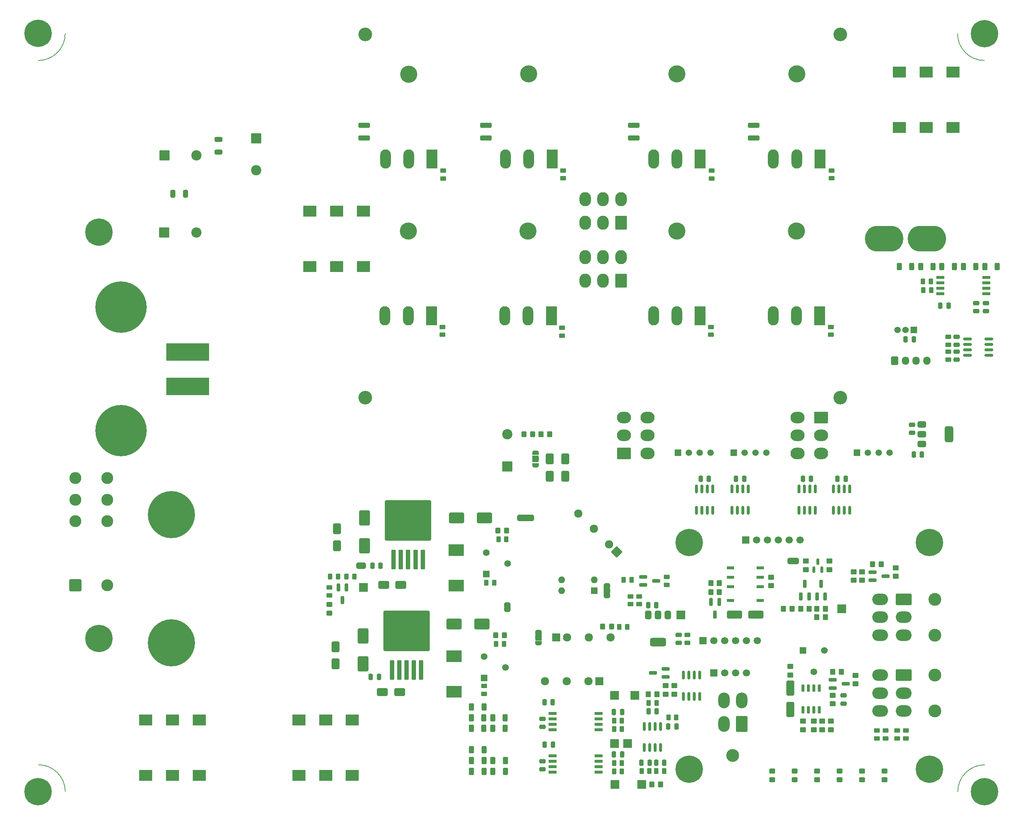
<source format=gts>
%TF.GenerationSoftware,KiCad,Pcbnew,9.0.2*%
%TF.CreationDate,2025-12-27T14:45:29+07:00*%
%TF.ProjectId,Controller48V,436f6e74-726f-46c6-9c65-723438562e6b,rev?*%
%TF.SameCoordinates,Original*%
%TF.FileFunction,Soldermask,Top*%
%TF.FilePolarity,Negative*%
%FSLAX46Y46*%
G04 Gerber Fmt 4.6, Leading zero omitted, Abs format (unit mm)*
G04 Created by KiCad (PCBNEW 9.0.2) date 2025-12-27 14:45:29*
%MOMM*%
%LPD*%
G01*
G04 APERTURE LIST*
G04 Aperture macros list*
%AMRoundRect*
0 Rectangle with rounded corners*
0 $1 Rounding radius*
0 $2 $3 $4 $5 $6 $7 $8 $9 X,Y pos of 4 corners*
0 Add a 4 corners polygon primitive as box body*
4,1,4,$2,$3,$4,$5,$6,$7,$8,$9,$2,$3,0*
0 Add four circle primitives for the rounded corners*
1,1,$1+$1,$2,$3*
1,1,$1+$1,$4,$5*
1,1,$1+$1,$6,$7*
1,1,$1+$1,$8,$9*
0 Add four rect primitives between the rounded corners*
20,1,$1+$1,$2,$3,$4,$5,0*
20,1,$1+$1,$4,$5,$6,$7,0*
20,1,$1+$1,$6,$7,$8,$9,0*
20,1,$1+$1,$8,$9,$2,$3,0*%
%AMHorizOval*
0 Thick line with rounded ends*
0 $1 width*
0 $2 $3 position (X,Y) of the first rounded end (center of the circle)*
0 $4 $5 position (X,Y) of the second rounded end (center of the circle)*
0 Add line between two ends*
20,1,$1,$2,$3,$4,$5,0*
0 Add two circle primitives to create the rounded ends*
1,1,$1,$2,$3*
1,1,$1,$4,$5*%
%AMFreePoly0*
4,1,5,1.500000,-1.250000,-1.500000,-1.250000,-1.500000,1.250000,1.500000,1.250000,1.500000,-1.250000,1.500000,-1.250000,$1*%
%AMFreePoly1*
4,1,23,0.500000,-0.750000,0.000000,-0.750000,0.000000,-0.745722,-0.065263,-0.745722,-0.191342,-0.711940,-0.304381,-0.646677,-0.396677,-0.554381,-0.461940,-0.441342,-0.495722,-0.315263,-0.495722,-0.250000,-0.500000,-0.250000,-0.500000,0.250000,-0.495722,0.250000,-0.495722,0.315263,-0.461940,0.441342,-0.396677,0.554381,-0.304381,0.646677,-0.191342,0.711940,-0.065263,0.745722,0.000000,0.745722,
0.000000,0.750000,0.500000,0.750000,0.500000,-0.750000,0.500000,-0.750000,$1*%
%AMFreePoly2*
4,1,23,0.000000,0.745722,0.065263,0.745722,0.191342,0.711940,0.304381,0.646677,0.396677,0.554381,0.461940,0.441342,0.495722,0.315263,0.495722,0.250000,0.500000,0.250000,0.500000,-0.250000,0.495722,-0.250000,0.495722,-0.315263,0.461940,-0.441342,0.396677,-0.554381,0.304381,-0.646677,0.191342,-0.711940,0.065263,-0.745722,0.000000,-0.745722,0.000000,-0.750000,-0.500000,-0.750000,
-0.500000,0.750000,0.000000,0.750000,0.000000,0.745722,0.000000,0.745722,$1*%
%AMFreePoly3*
4,1,23,0.550000,-0.750000,0.000000,-0.750000,0.000000,-0.745722,-0.065263,-0.745722,-0.191342,-0.711940,-0.304381,-0.646677,-0.396677,-0.554381,-0.461940,-0.441342,-0.495722,-0.315263,-0.495722,-0.250000,-0.500000,-0.250000,-0.500000,0.250000,-0.495722,0.250000,-0.495722,0.315263,-0.461940,0.441342,-0.396677,0.554381,-0.304381,0.646677,-0.191342,0.711940,-0.065263,0.745722,0.000000,0.745722,
0.000000,0.750000,0.550000,0.750000,0.550000,-0.750000,0.550000,-0.750000,$1*%
%AMFreePoly4*
4,1,23,0.000000,0.745722,0.065263,0.745722,0.191342,0.711940,0.304381,0.646677,0.396677,0.554381,0.461940,0.441342,0.495722,0.315263,0.495722,0.250000,0.500000,0.250000,0.500000,-0.250000,0.495722,-0.250000,0.495722,-0.315263,0.461940,-0.441342,0.396677,-0.554381,0.304381,-0.646677,0.191342,-0.711940,0.065263,-0.745722,0.000000,-0.745722,0.000000,-0.750000,-0.550000,-0.750000,
-0.550000,0.750000,0.000000,0.750000,0.000000,0.745722,0.000000,0.745722,$1*%
%AMFreePoly5*
4,1,5,5.000000,-2.000000,-5.000000,-2.000000,-5.000000,2.000000,5.000000,2.000000,5.000000,-2.000000,5.000000,-2.000000,$1*%
G04 Aperture macros list end*
%ADD10C,0.200000*%
%ADD11FreePoly0,0.000000*%
%ADD12FreePoly0,180.000000*%
%ADD13RoundRect,0.250000X0.350000X0.450000X-0.350000X0.450000X-0.350000X-0.450000X0.350000X-0.450000X0*%
%ADD14RoundRect,0.250000X-0.450000X0.350000X-0.450000X-0.350000X0.450000X-0.350000X0.450000X0.350000X0*%
%ADD15R,1.498600X1.498600*%
%ADD16C,1.498600*%
%ADD17RoundRect,0.250000X-0.312500X-0.625000X0.312500X-0.625000X0.312500X0.625000X-0.312500X0.625000X0*%
%ADD18RoundRect,0.250000X1.000000X0.650000X-1.000000X0.650000X-1.000000X-0.650000X1.000000X-0.650000X0*%
%ADD19R,1.905000X0.640000*%
%ADD20FreePoly1,270.000000*%
%ADD21FreePoly2,270.000000*%
%ADD22FreePoly3,270.000000*%
%ADD23R,1.500000X1.000000*%
%ADD24FreePoly4,270.000000*%
%ADD25RoundRect,0.250000X-0.325000X-0.450000X0.325000X-0.450000X0.325000X0.450000X-0.325000X0.450000X0*%
%ADD26RoundRect,0.250000X0.450000X-0.262500X0.450000X0.262500X-0.450000X0.262500X-0.450000X-0.262500X0*%
%ADD27RoundRect,0.250000X-0.262500X-0.450000X0.262500X-0.450000X0.262500X0.450000X-0.262500X0.450000X0*%
%ADD28RoundRect,0.150000X0.150000X-0.825000X0.150000X0.825000X-0.150000X0.825000X-0.150000X-0.825000X0*%
%ADD29RoundRect,0.250000X0.450000X-0.350000X0.450000X0.350000X-0.450000X0.350000X-0.450000X-0.350000X0*%
%ADD30RoundRect,0.250000X-0.600000X-0.725000X0.600000X-0.725000X0.600000X0.725000X-0.600000X0.725000X0*%
%ADD31O,1.700000X1.950000*%
%ADD32R,3.600000X2.700000*%
%ADD33R,2.000000X2.000000*%
%ADD34RoundRect,0.250000X0.475000X-0.250000X0.475000X0.250000X-0.475000X0.250000X-0.475000X-0.250000X0*%
%ADD35C,6.400000*%
%ADD36RoundRect,0.250000X-1.500000X-1.000000X1.500000X-1.000000X1.500000X1.000000X-1.500000X1.000000X0*%
%ADD37RoundRect,0.250001X1.099999X1.399999X-1.099999X1.399999X-1.099999X-1.399999X1.099999X-1.399999X0*%
%ADD38O,2.700000X3.300000*%
%ADD39RoundRect,0.250000X1.500000X0.650000X-1.500000X0.650000X-1.500000X-0.650000X1.500000X-0.650000X0*%
%ADD40RoundRect,0.250000X0.250000X0.475000X-0.250000X0.475000X-0.250000X-0.475000X0.250000X-0.475000X0*%
%ADD41RoundRect,0.200000X-0.750000X-0.200000X0.750000X-0.200000X0.750000X0.200000X-0.750000X0.200000X0*%
%ADD42RoundRect,0.250000X-0.250000X-0.475000X0.250000X-0.475000X0.250000X0.475000X-0.250000X0.475000X0*%
%ADD43R,1.800000X0.800000*%
%ADD44RoundRect,0.250001X1.399999X-1.099999X1.399999X1.099999X-1.399999X1.099999X-1.399999X-1.099999X0*%
%ADD45O,3.300000X2.700000*%
%ADD46RoundRect,0.250000X0.450000X-0.325000X0.450000X0.325000X-0.450000X0.325000X-0.450000X-0.325000X0*%
%ADD47RoundRect,0.250000X-0.650000X1.000000X-0.650000X-1.000000X0.650000X-1.000000X0.650000X1.000000X0*%
%ADD48RoundRect,0.250000X-0.650000X0.325000X-0.650000X-0.325000X0.650000X-0.325000X0.650000X0.325000X0*%
%ADD49RoundRect,0.102000X1.219759X0.000000X0.000000X1.219759X-1.219759X0.000000X0.000000X-1.219759X0*%
%ADD50C,1.929000*%
%ADD51RoundRect,0.250000X-0.475000X0.250000X-0.475000X-0.250000X0.475000X-0.250000X0.475000X0.250000X0*%
%ADD52RoundRect,0.250000X0.262500X0.450000X-0.262500X0.450000X-0.262500X-0.450000X0.262500X-0.450000X0*%
%ADD53RoundRect,0.250000X-0.350000X-0.450000X0.350000X-0.450000X0.350000X0.450000X-0.350000X0.450000X0*%
%ADD54RoundRect,0.250000X-0.450000X0.262500X-0.450000X-0.262500X0.450000X-0.262500X0.450000X0.262500X0*%
%ADD55RoundRect,0.102000X0.862500X0.862500X-0.862500X0.862500X-0.862500X-0.862500X0.862500X-0.862500X0*%
%ADD56R,1.700000X1.700000*%
%ADD57C,1.700000*%
%ADD58RoundRect,0.250000X0.650000X-1.500000X0.650000X1.500000X-0.650000X1.500000X-0.650000X-1.500000X0*%
%ADD59RoundRect,0.250000X0.300000X-2.050000X0.300000X2.050000X-0.300000X2.050000X-0.300000X-2.050000X0*%
%ADD60RoundRect,0.250002X5.149998X-4.449998X5.149998X4.449998X-5.149998X4.449998X-5.149998X-4.449998X0*%
%ADD61RoundRect,0.375000X-0.625000X-0.375000X0.625000X-0.375000X0.625000X0.375000X-0.625000X0.375000X0*%
%ADD62RoundRect,0.500000X-0.500000X-1.400000X0.500000X-1.400000X0.500000X1.400000X-0.500000X1.400000X0*%
%ADD63RoundRect,0.102000X-0.862500X-0.862500X0.862500X-0.862500X0.862500X0.862500X-0.862500X0.862500X0*%
%ADD64R,1.560000X1.560000*%
%ADD65C,1.560000*%
%ADD66RoundRect,0.162500X0.162500X-0.825000X0.162500X0.825000X-0.162500X0.825000X-0.162500X-0.825000X0*%
%ADD67C,0.800000*%
%ADD68RoundRect,0.200000X-0.200000X0.750000X-0.200000X-0.750000X0.200000X-0.750000X0.200000X0.750000X0*%
%ADD69RoundRect,0.200000X0.750000X0.200000X-0.750000X0.200000X-0.750000X-0.200000X0.750000X-0.200000X0*%
%ADD70RoundRect,0.200000X0.200000X-0.750000X0.200000X0.750000X-0.200000X0.750000X-0.200000X-0.750000X0*%
%ADD71RoundRect,0.375000X-0.375000X0.625000X-0.375000X-0.625000X0.375000X-0.625000X0.375000X0.625000X0*%
%ADD72RoundRect,0.500000X-1.400000X0.500000X-1.400000X-0.500000X1.400000X-0.500000X1.400000X0.500000X0*%
%ADD73RoundRect,0.250000X1.100000X-0.325000X1.100000X0.325000X-1.100000X0.325000X-1.100000X-0.325000X0*%
%ADD74FreePoly3,180.000000*%
%ADD75R,1.000000X1.500000*%
%ADD76FreePoly4,180.000000*%
%ADD77FreePoly1,180.000000*%
%ADD78FreePoly2,180.000000*%
%ADD79RoundRect,0.250000X0.312500X0.625000X-0.312500X0.625000X-0.312500X-0.625000X0.312500X-0.625000X0*%
%ADD80RoundRect,0.250000X0.650000X-1.000000X0.650000X1.000000X-0.650000X1.000000X-0.650000X-1.000000X0*%
%ADD81C,3.000000*%
%ADD82RoundRect,0.250001X-1.599999X1.099999X-1.599999X-1.099999X1.599999X-1.099999X1.599999X1.099999X0*%
%ADD83O,3.700000X2.700000*%
%ADD84RoundRect,0.250000X1.000000X-1.500000X1.000000X1.500000X-1.000000X1.500000X-1.000000X-1.500000X0*%
%ADD85RoundRect,0.250000X-0.325000X-0.650000X0.325000X-0.650000X0.325000X0.650000X-0.325000X0.650000X0*%
%ADD86RoundRect,0.150000X0.150000X-0.725000X0.150000X0.725000X-0.150000X0.725000X-0.150000X-0.725000X0*%
%ADD87RoundRect,0.150000X0.150000X-0.587500X0.150000X0.587500X-0.150000X0.587500X-0.150000X-0.587500X0*%
%ADD88RoundRect,0.250001X-1.399999X1.099999X-1.399999X-1.099999X1.399999X-1.099999X1.399999X1.099999X0*%
%ADD89R,1.600000X1.600000*%
%ADD90O,1.600000X1.600000*%
%ADD91RoundRect,0.150000X-0.825000X-0.150000X0.825000X-0.150000X0.825000X0.150000X-0.825000X0.150000X0*%
%ADD92RoundRect,0.250001X0.949999X-0.949999X0.949999X0.949999X-0.949999X0.949999X-0.949999X-0.949999X0*%
%ADD93C,2.400000*%
%ADD94RoundRect,0.250001X1.099999X1.599999X-1.099999X1.599999X-1.099999X-1.599999X1.099999X-1.599999X0*%
%ADD95O,2.700000X3.700000*%
%ADD96FreePoly3,90.000000*%
%ADD97FreePoly4,90.000000*%
%ADD98C,2.800000*%
%ADD99RoundRect,0.250000X1.150000X-1.150000X1.150000X1.150000X-1.150000X1.150000X-1.150000X-1.150000X0*%
%ADD100C,4.000000*%
%ADD101R,2.500000X4.500000*%
%ADD102O,2.500000X4.500000*%
%ADD103RoundRect,0.250001X-0.949999X-0.949999X0.949999X-0.949999X0.949999X0.949999X-0.949999X0.949999X0*%
%ADD104R,1.500000X1.500000*%
%ADD105C,1.500000*%
%ADD106HorizOval,0.800000X0.000000X0.000000X0.000000X0.000000X0*%
%ADD107HorizOval,0.800000X0.000000X0.000000X0.000000X0.000000X0*%
%ADD108O,9.000000X6.000000*%
%ADD109C,12.000000*%
%ADD110FreePoly5,0.000000*%
%ADD111C,3.200000*%
%ADD112C,11.000000*%
%ADD113RoundRect,0.250001X-0.949999X0.949999X-0.949999X-0.949999X0.949999X-0.949999X0.949999X0.949999X0*%
G04 APERTURE END LIST*
D10*
X316939689Y-51838980D02*
G75*
G02*
X310661020Y-45560311I11J6278680D01*
G01*
X102153835Y-45560311D02*
G75*
G02*
X95875166Y-51838935I-6278635J11D01*
G01*
X95891502Y-216481320D02*
G75*
G02*
X102170180Y-222759989I-2J-6278680D01*
G01*
X310721257Y-222778638D02*
G75*
G02*
X316999926Y-216499957I6278643J38D01*
G01*
%TO.C,JP1*%
G36*
X206250000Y-179500000D02*
G01*
X204750000Y-179500000D01*
X204750000Y-179800000D01*
X206250000Y-179800000D01*
X206250000Y-179500000D01*
G37*
%TO.C,JP4*%
G36*
X213522296Y-185979770D02*
G01*
X212022296Y-185979770D01*
X212022296Y-187479770D01*
X213522296Y-187479770D01*
X213522296Y-185979770D01*
G37*
%TO.C,JP11*%
G36*
X211000000Y-159500000D02*
G01*
X208500000Y-159500000D01*
X208500000Y-158000000D01*
X211000000Y-158000000D01*
X211000000Y-159500000D01*
G37*
%TO.C,JP7*%
G36*
X272573857Y-169607500D02*
G01*
X271773857Y-169607500D01*
X271773857Y-168107500D01*
X272573857Y-168107500D01*
X272573857Y-169607500D01*
G37*
%TO.C,JP2*%
G36*
X171447934Y-170675627D02*
G01*
X171147934Y-170675627D01*
X171147934Y-169175627D01*
X171447934Y-169175627D01*
X171447934Y-170675627D01*
G37*
%TO.C,JP10*%
G36*
X212772529Y-144250000D02*
G01*
X211272529Y-144250000D01*
X211272529Y-145750000D01*
X212772529Y-145750000D01*
X212772529Y-144250000D01*
G37*
%TO.C,JP6*%
G36*
X227953857Y-176533669D02*
G01*
X229453857Y-176533669D01*
X229453857Y-175033669D01*
X227953857Y-175033669D01*
X227953857Y-176533669D01*
G37*
%TD*%
D11*
%TO.C,H7*%
X133500000Y-219000000D03*
X133500000Y-206000000D03*
D12*
X127249893Y-219000000D03*
X127249893Y-206000000D03*
X121000000Y-219000000D03*
X121000000Y-206000000D03*
%TD*%
D13*
%TO.C,R61*%
X215365929Y-139246915D03*
X213365929Y-139246915D03*
%TD*%
D14*
%TO.C,R66*%
X267073857Y-172631192D03*
X267073857Y-174631192D03*
%TD*%
D15*
%TO.C,PS6*%
X287190000Y-143533200D03*
D16*
X289730000Y-143533200D03*
X292270000Y-143533200D03*
X294810000Y-143533200D03*
%TD*%
D17*
%TO.C,R42*%
X202037500Y-208000000D03*
X204962500Y-208000000D03*
%TD*%
D18*
%TO.C,D14*%
X180273857Y-199479922D03*
X176273857Y-199479922D03*
%TD*%
D19*
%TO.C,U18*%
X216070744Y-204482927D03*
X216070744Y-205752927D03*
X216070744Y-207022927D03*
X216070744Y-208292927D03*
X226765744Y-208292927D03*
X226765744Y-207022927D03*
X226765744Y-205752927D03*
X226765744Y-204482927D03*
%TD*%
D20*
%TO.C,JP1*%
X205500000Y-179000000D03*
D21*
X205500000Y-180300000D03*
%TD*%
D22*
%TO.C,JP4*%
X212772296Y-185429770D03*
D23*
X212772296Y-186729770D03*
D24*
X212772296Y-188029770D03*
%TD*%
D25*
%TO.C,D16*%
X202773857Y-186229922D03*
X204823857Y-186229922D03*
%TD*%
D17*
%TO.C,R38*%
X197075000Y-218000000D03*
X200000000Y-218000000D03*
%TD*%
D26*
%TO.C,R18*%
X190283533Y-115947723D03*
X190283533Y-114122723D03*
%TD*%
D27*
%TO.C,R102*%
X236843722Y-217983279D03*
X238668722Y-217983279D03*
%TD*%
D28*
%TO.C,U9*%
X246595000Y-200475000D03*
X247865000Y-200475000D03*
X249135000Y-200475000D03*
X250405000Y-200475000D03*
X250405000Y-195525000D03*
X249135000Y-195525000D03*
X247865000Y-195525000D03*
X246595000Y-195525000D03*
%TD*%
D29*
%TO.C,R62*%
X281073857Y-208278669D03*
X281073857Y-206278669D03*
%TD*%
D26*
%TO.C,R10*%
X281033533Y-115947723D03*
X281033533Y-114122723D03*
%TD*%
D30*
%TO.C,J17*%
X296000000Y-122000000D03*
D31*
X298500000Y-122000000D03*
X301000000Y-122000000D03*
X303500000Y-122000000D03*
%TD*%
D17*
%TO.C,R43*%
X202037500Y-205500000D03*
X204962500Y-205500000D03*
%TD*%
D32*
%TO.C,L1*%
X193550000Y-174575000D03*
X193550000Y-166275000D03*
%TD*%
D33*
%TO.C,TP8*%
X236839930Y-221130745D03*
%TD*%
D17*
%TO.C,R33*%
X197075000Y-203000000D03*
X200000000Y-203000000D03*
%TD*%
D33*
%TO.C,TP9*%
X235250000Y-200236009D03*
%TD*%
D29*
%TO.C,R55*%
X286806883Y-197583469D03*
X286806883Y-195583469D03*
%TD*%
D34*
%TO.C,C59*%
X310475000Y-121815000D03*
X310475000Y-119915000D03*
%TD*%
D35*
%TO.C,H3*%
X304073857Y-217500000D03*
%TD*%
D19*
%TO.C,U21*%
X317347500Y-106405000D03*
X317347500Y-105135000D03*
X317347500Y-103865000D03*
X317347500Y-102595000D03*
X306652500Y-102595000D03*
X306652500Y-103865000D03*
X306652500Y-105135000D03*
X306652500Y-106405000D03*
%TD*%
D33*
%TO.C,TP1*%
X171842076Y-175000000D03*
%TD*%
D14*
%TO.C,R60*%
X296250000Y-170425000D03*
X296250000Y-172425000D03*
%TD*%
D36*
%TO.C,C28*%
X193023857Y-183579922D03*
X199523857Y-183579922D03*
%TD*%
D12*
%TO.C,H5*%
X297073750Y-54528669D03*
X297073750Y-67528669D03*
D11*
X303323857Y-54528669D03*
X303323857Y-67528669D03*
X309573750Y-54528669D03*
X309573750Y-67528669D03*
%TD*%
D37*
%TO.C,J15*%
X232023857Y-103278669D03*
D38*
X227823857Y-103278669D03*
X223623857Y-103278669D03*
X232023857Y-97778669D03*
X227823857Y-97778669D03*
X223623857Y-97778669D03*
%TD*%
D39*
%TO.C,D30*%
X263573857Y-181350000D03*
X258573857Y-181350000D03*
%TD*%
D40*
%TO.C,C67*%
X216086187Y-211766366D03*
X214186187Y-211766366D03*
%TD*%
D26*
%TO.C,R24*%
X218283533Y-116147723D03*
X218283533Y-114322723D03*
%TD*%
D41*
%TO.C,Q10*%
X281500000Y-196628669D03*
X281500000Y-198528669D03*
X284500000Y-197578669D03*
%TD*%
D42*
%TO.C,C69*%
X236801962Y-215983278D03*
X238701962Y-215983278D03*
%TD*%
D43*
%TO.C,K3*%
X264573857Y-178050000D03*
X264573857Y-174850000D03*
X264573857Y-172650000D03*
X264573857Y-170450000D03*
X257573857Y-170450000D03*
X257573857Y-172650000D03*
X257573857Y-174850000D03*
X257573857Y-178050000D03*
%TD*%
D26*
%TO.C,R30*%
X247500000Y-187962500D03*
X247500000Y-186137500D03*
%TD*%
D44*
%TO.C,J14*%
X232750000Y-143705000D03*
D45*
X232750000Y-139505000D03*
X232750000Y-135305000D03*
X238250000Y-143705000D03*
X238250000Y-139505000D03*
X238250000Y-135305000D03*
%TD*%
D46*
%TO.C,D18*%
X267323857Y-219975000D03*
X267323857Y-217925000D03*
%TD*%
D47*
%TO.C,D24*%
X219000000Y-145000000D03*
X219000000Y-149000000D03*
%TD*%
D48*
%TO.C,C25*%
X138014344Y-70309828D03*
X138014344Y-73259828D03*
%TD*%
D49*
%TO.C,PS5*%
X231042138Y-166738728D03*
D50*
X229246087Y-164942676D03*
X225653984Y-161350574D03*
X222061882Y-157758472D03*
%TD*%
D41*
%TO.C,Q17*%
X237250000Y-172550000D03*
X237250000Y-174450000D03*
X240250000Y-173500000D03*
%TD*%
D15*
%TO.C,PS1*%
X245370000Y-143570700D03*
D16*
X247910000Y-143570700D03*
X252990000Y-143570700D03*
X250450000Y-143570700D03*
%TD*%
D51*
%TO.C,C55*%
X315000000Y-108550000D03*
X315000000Y-110450000D03*
%TD*%
D29*
%TO.C,R53*%
X271573857Y-195528669D03*
X271573857Y-193528669D03*
%TD*%
D52*
%TO.C,R36*%
X169705459Y-172500000D03*
X167880459Y-172500000D03*
%TD*%
D51*
%TO.C,C35*%
X245500000Y-186100000D03*
X245500000Y-188000000D03*
%TD*%
D53*
%TO.C,R64*%
X253000000Y-174034861D03*
X255000000Y-174034861D03*
%TD*%
D42*
%TO.C,C14*%
X274540000Y-149597780D03*
X276440000Y-149597780D03*
%TD*%
D54*
%TO.C,R79*%
X293823857Y-208500000D03*
X293823857Y-210325000D03*
%TD*%
D55*
%TO.C,PS4*%
X227000000Y-196990883D03*
D50*
X224460000Y-196990883D03*
X219380000Y-196990883D03*
X214300000Y-196990883D03*
%TD*%
D51*
%TO.C,C56*%
X317344152Y-108558393D03*
X317344152Y-110458393D03*
%TD*%
D26*
%TO.C,R52*%
X236250000Y-178961889D03*
X236250000Y-177136889D03*
%TD*%
D33*
%TO.C,TP5*%
X283573857Y-180000000D03*
%TD*%
D17*
%TO.C,R9*%
X312037500Y-100000000D03*
X314962500Y-100000000D03*
%TD*%
D52*
%TO.C,R99*%
X232241839Y-216053682D03*
X230416839Y-216053682D03*
%TD*%
D56*
%TO.C,J9*%
X253690000Y-195000000D03*
D57*
X256230000Y-195000000D03*
X258770000Y-195000000D03*
X261310000Y-195000000D03*
%TD*%
D58*
%TO.C,D26*%
X271573857Y-203603669D03*
X271573857Y-198603669D03*
%TD*%
D33*
%TO.C,TP4*%
X246000000Y-181500000D03*
%TD*%
D46*
%TO.C,D25*%
X293573857Y-219975000D03*
X293573857Y-217925000D03*
%TD*%
D25*
%TO.C,D15*%
X203235000Y-161775000D03*
X205285000Y-161775000D03*
%TD*%
D35*
%TO.C,H1*%
X304073857Y-164500000D03*
%TD*%
D52*
%TO.C,R100*%
X232241839Y-218016743D03*
X230416839Y-218016743D03*
%TD*%
D59*
%TO.C,U4*%
X178900000Y-168500000D03*
X180600000Y-168500000D03*
X182300000Y-168500000D03*
D60*
X182300000Y-159350000D03*
D59*
X184000000Y-168500000D03*
X185700000Y-168500000D03*
%TD*%
D61*
%TO.C,U3*%
X302350000Y-136908841D03*
X302350000Y-139208841D03*
D62*
X308650000Y-139208841D03*
D61*
X302350000Y-141508841D03*
%TD*%
D33*
%TO.C,TP3*%
X233583160Y-211500000D03*
%TD*%
D36*
%TO.C,C27*%
X193600000Y-158775000D03*
X200100000Y-158775000D03*
%TD*%
D63*
%TO.C,PS2*%
X216900836Y-186708361D03*
D50*
X219440836Y-186708361D03*
X224520836Y-186708361D03*
X229600836Y-186708361D03*
%TD*%
D52*
%TO.C,R50*%
X234500000Y-173237371D03*
X232675000Y-173237371D03*
%TD*%
D46*
%TO.C,D20*%
X163884509Y-181025000D03*
X163884509Y-178975000D03*
%TD*%
D40*
%TO.C,C70*%
X242158823Y-215982667D03*
X240258823Y-215982667D03*
%TD*%
D64*
%TO.C,RV1*%
X200550000Y-171925000D03*
D65*
X205550000Y-169425000D03*
X200550000Y-166925000D03*
%TD*%
D46*
%TO.C,D29*%
X277823857Y-220025000D03*
X277823857Y-217975000D03*
%TD*%
D52*
%TO.C,R95*%
X232242085Y-208121877D03*
X230417085Y-208121877D03*
%TD*%
D17*
%TO.C,R40*%
X202075000Y-218000000D03*
X205000000Y-218000000D03*
%TD*%
D66*
%TO.C,U2*%
X249687099Y-157037500D03*
X250957099Y-157037500D03*
X252227099Y-157037500D03*
X253497099Y-157037500D03*
X253497099Y-151962500D03*
X252227099Y-151962500D03*
X250957099Y-151962500D03*
X249687099Y-151962500D03*
%TD*%
D54*
%TO.C,R76*%
X296573857Y-208500000D03*
X296573857Y-210325000D03*
%TD*%
D53*
%TO.C,R59*%
X290823857Y-169625000D03*
X292823857Y-169625000D03*
%TD*%
D67*
%TO.C,H10*%
X107600000Y-187000000D03*
X108302944Y-185302944D03*
X108302944Y-188697056D03*
X110000000Y-184600000D03*
D35*
X110000000Y-187000000D03*
D67*
X110000000Y-189400000D03*
X111697056Y-185302944D03*
X111697056Y-188697056D03*
X112400000Y-187000000D03*
%TD*%
D17*
%TO.C,R1*%
X297037500Y-100000000D03*
X299962500Y-100000000D03*
%TD*%
D27*
%TO.C,R28*%
X202861357Y-188201253D03*
X204686357Y-188201253D03*
%TD*%
D28*
%TO.C,U25*%
X237500000Y-212450000D03*
X238770000Y-212450000D03*
X240040000Y-212450000D03*
X241310000Y-212450000D03*
X241310000Y-207500000D03*
X240040000Y-207500000D03*
X238770000Y-207500000D03*
X237500000Y-207500000D03*
%TD*%
D26*
%TO.C,R8*%
X281217482Y-79387891D03*
X281217482Y-77562891D03*
%TD*%
D53*
%TO.C,R46*%
X238416337Y-200000000D03*
X240416337Y-200000000D03*
%TD*%
D67*
%TO.C,H9*%
X107600000Y-92000000D03*
X108302944Y-90302944D03*
X108302944Y-93697056D03*
X110000000Y-89600000D03*
D35*
X110000000Y-92000000D03*
D67*
X110000000Y-94400000D03*
X111697056Y-90302944D03*
X111697056Y-93697056D03*
X112400000Y-92000000D03*
%TD*%
D42*
%TO.C,C15*%
X282630000Y-149597780D03*
X284530000Y-149597780D03*
%TD*%
D52*
%TO.C,R96*%
X244920768Y-205421424D03*
X243095768Y-205421424D03*
%TD*%
D42*
%TO.C,C13*%
X250635000Y-149597780D03*
X252535000Y-149597780D03*
%TD*%
D68*
%TO.C,Q9*%
X167900964Y-175000000D03*
X166000964Y-175000000D03*
X166950964Y-178000000D03*
%TD*%
D25*
%TO.C,D27*%
X209340929Y-139246915D03*
X211390929Y-139246915D03*
%TD*%
D29*
%TO.C,R57*%
X288373857Y-173375000D03*
X288373857Y-171375000D03*
%TD*%
D69*
%TO.C,Q16*%
X242500000Y-195950000D03*
X242500000Y-194050000D03*
X239500000Y-195000000D03*
%TD*%
D35*
%TO.C,H2*%
X248000000Y-164500000D03*
%TD*%
D29*
%TO.C,R74*%
X280723857Y-170857500D03*
X280723857Y-168857500D03*
%TD*%
D26*
%TO.C,R26*%
X200023857Y-199904922D03*
X200023857Y-198079922D03*
%TD*%
%TO.C,R80*%
X291823857Y-210325000D03*
X291823857Y-208500000D03*
%TD*%
D70*
%TO.C,Q14*%
X277825000Y-177175000D03*
X279725000Y-177175000D03*
X278775000Y-174175000D03*
%TD*%
D71*
%TO.C,U6*%
X243000000Y-181500000D03*
X240700000Y-181500000D03*
D72*
X240700000Y-187800000D03*
D71*
X238400000Y-181500000D03*
%TD*%
D26*
%TO.C,R44*%
X163872892Y-176854665D03*
X163872892Y-175029665D03*
%TD*%
%TO.C,R2*%
X253217482Y-79437891D03*
X253217482Y-77612891D03*
%TD*%
D51*
%TO.C,C51*%
X213700967Y-205757734D03*
X213700967Y-207657734D03*
%TD*%
D73*
%TO.C,C3*%
X200500000Y-69975000D03*
X200500000Y-67025000D03*
%TD*%
D40*
%TO.C,C34*%
X240254127Y-179153346D03*
X238354127Y-179153346D03*
%TD*%
D66*
%TO.C,U10*%
X257967099Y-157037500D03*
X259237099Y-157037500D03*
X260507099Y-157037500D03*
X261777099Y-157037500D03*
X261777099Y-151962500D03*
X260507099Y-151962500D03*
X259237099Y-151962500D03*
X257967099Y-151962500D03*
%TD*%
D51*
%TO.C,C66*%
X213697500Y-215644203D03*
X213697500Y-217544203D03*
%TD*%
D13*
%TO.C,R70*%
X272000000Y-180000000D03*
X270000000Y-180000000D03*
%TD*%
D32*
%TO.C,L2*%
X193023857Y-199379922D03*
X193023857Y-191079922D03*
%TD*%
D64*
%TO.C,RV3*%
X274573857Y-189788669D03*
D65*
X277073857Y-194788669D03*
X279573857Y-189788669D03*
%TD*%
D33*
%TO.C,TP7*%
X230522766Y-211496210D03*
%TD*%
D51*
%TO.C,C17*%
X300000000Y-137008841D03*
X300000000Y-138908841D03*
%TD*%
D73*
%TO.C,C10*%
X263000000Y-69975000D03*
X263000000Y-67025000D03*
%TD*%
D74*
%TO.C,JP11*%
X211250000Y-158750000D03*
D75*
X209750000Y-158750000D03*
D76*
X208250000Y-158750000D03*
%TD*%
D14*
%TO.C,R72*%
X275223857Y-168857500D03*
X275223857Y-170857500D03*
%TD*%
D13*
%TO.C,R69*%
X279773857Y-180000000D03*
X277773857Y-180000000D03*
%TD*%
D14*
%TO.C,R73*%
X274573857Y-206278669D03*
X274573857Y-208278669D03*
%TD*%
D77*
%TO.C,JP7*%
X273073857Y-168857500D03*
D78*
X271423857Y-168857500D03*
%TD*%
D17*
%TO.C,R7*%
X307000000Y-100000000D03*
X309925000Y-100000000D03*
%TD*%
D79*
%TO.C,R15*%
X319962500Y-100000000D03*
X317037500Y-100000000D03*
%TD*%
D40*
%TO.C,C68*%
X232279339Y-214064250D03*
X230379339Y-214064250D03*
%TD*%
D56*
%TO.C,J22*%
X261175000Y-163975000D03*
D57*
X263715000Y-163975000D03*
X266255000Y-163975000D03*
X268795000Y-163975000D03*
X271335000Y-163975000D03*
X273875000Y-163975000D03*
%TD*%
D56*
%TO.C,J19*%
X251175000Y-187475000D03*
D57*
X253715000Y-187475000D03*
X256255000Y-187475000D03*
X258795000Y-187475000D03*
X261335000Y-187475000D03*
X263875000Y-187475000D03*
%TD*%
D27*
%TO.C,R37*%
X164087500Y-172500000D03*
X165912500Y-172500000D03*
%TD*%
D80*
%TO.C,D12*%
X165323857Y-192904998D03*
X165323857Y-188904998D03*
%TD*%
D42*
%TO.C,C73*%
X238462500Y-203986009D03*
X240362500Y-203986009D03*
%TD*%
D40*
%TO.C,C57*%
X308549536Y-109135000D03*
X306649536Y-109135000D03*
%TD*%
D53*
%TO.C,R71*%
X277773857Y-182000000D03*
X279773857Y-182000000D03*
%TD*%
D27*
%TO.C,R97*%
X238500000Y-202000000D03*
X240325000Y-202000000D03*
%TD*%
D26*
%TO.C,R16*%
X218500000Y-79391169D03*
X218500000Y-77566169D03*
%TD*%
D29*
%TO.C,R65*%
X277073857Y-208278669D03*
X277073857Y-206278669D03*
%TD*%
D35*
%TO.C,H11*%
X95823857Y-45500000D03*
%TD*%
D40*
%TO.C,C45*%
X300450000Y-117000000D03*
X298550000Y-117000000D03*
%TD*%
D33*
%TO.C,TP2*%
X230583160Y-221130745D03*
%TD*%
D35*
%TO.C,H14*%
X316987657Y-222778638D03*
%TD*%
D17*
%TO.C,R39*%
X197037500Y-208000000D03*
X199962500Y-208000000D03*
%TD*%
D12*
%TO.C,H6*%
X159323857Y-87028669D03*
X159323857Y-100028669D03*
D11*
X165573964Y-87028669D03*
X165573964Y-100028669D03*
X171823857Y-87028669D03*
X171823857Y-100028669D03*
%TD*%
D53*
%TO.C,R67*%
X253000000Y-176129561D03*
X255000000Y-176129561D03*
%TD*%
D66*
%TO.C,U12*%
X273585000Y-157037500D03*
X274855000Y-157037500D03*
X276125000Y-157037500D03*
X277395000Y-157037500D03*
X277395000Y-151962500D03*
X276125000Y-151962500D03*
X274855000Y-151962500D03*
X273585000Y-151962500D03*
%TD*%
D51*
%TO.C,C58*%
X310475000Y-116415000D03*
X310475000Y-118315000D03*
%TD*%
D80*
%TO.C,D11*%
X165670969Y-165333753D03*
X165670969Y-161333753D03*
%TD*%
D26*
%TO.C,R87*%
X308475000Y-121777500D03*
X308475000Y-119952500D03*
%TD*%
D40*
%TO.C,C24*%
X175473857Y-195904922D03*
X173573857Y-195904922D03*
%TD*%
D81*
%TO.C,J12*%
X305348857Y-177795000D03*
X305348857Y-186195000D03*
D82*
X298048857Y-177795000D03*
D83*
X298048857Y-181995000D03*
X298048857Y-186195000D03*
X292548857Y-177795000D03*
X292548857Y-181995000D03*
X292548857Y-186195000D03*
%TD*%
D26*
%TO.C,R51*%
X234259788Y-178954646D03*
X234259788Y-177129646D03*
%TD*%
D35*
%TO.C,H4*%
X248000000Y-217500000D03*
%TD*%
D84*
%TO.C,C22*%
X171773857Y-192904922D03*
X171773857Y-186404922D03*
%TD*%
D40*
%TO.C,C71*%
X232283176Y-204175567D03*
X230383176Y-204175567D03*
%TD*%
D15*
%TO.C,PS3*%
X258380000Y-143533200D03*
D16*
X260920000Y-143533200D03*
X266000000Y-143533200D03*
X263460000Y-143533200D03*
%TD*%
D29*
%TO.C,R56*%
X286373857Y-173375000D03*
X286373857Y-171375000D03*
%TD*%
D85*
%TO.C,C26*%
X127348857Y-83000000D03*
X130298857Y-83000000D03*
%TD*%
D66*
%TO.C,U7*%
X281675000Y-157037500D03*
X282945000Y-157037500D03*
X284215000Y-157037500D03*
X285485000Y-157037500D03*
X285485000Y-151962500D03*
X284215000Y-151962500D03*
X282945000Y-151962500D03*
X281675000Y-151962500D03*
%TD*%
D51*
%TO.C,C40*%
X284000000Y-200300000D03*
X284000000Y-202200000D03*
%TD*%
D81*
%TO.C,J13*%
X305348857Y-195516331D03*
X305348857Y-203916331D03*
D82*
X298048857Y-195516331D03*
D83*
X298048857Y-199716331D03*
X298048857Y-203916331D03*
X292548857Y-195516331D03*
X292548857Y-199716331D03*
X292548857Y-203916331D03*
%TD*%
D54*
%TO.C,R23*%
X308525000Y-116452500D03*
X308525000Y-118277500D03*
%TD*%
D17*
%TO.C,R41*%
X202075000Y-215500000D03*
X205000000Y-215500000D03*
%TD*%
D26*
%TO.C,R4*%
X253033533Y-115947723D03*
X253033533Y-114122723D03*
%TD*%
D47*
%TO.C,D23*%
X215361621Y-144996476D03*
X215361621Y-148996476D03*
%TD*%
D17*
%TO.C,R3*%
X302037500Y-100000000D03*
X304962500Y-100000000D03*
%TD*%
D86*
%TO.C,U14*%
X274573857Y-203678669D03*
X275843857Y-203678669D03*
X277113857Y-203678669D03*
X278383857Y-203678669D03*
X278383857Y-198528669D03*
X277113857Y-198528669D03*
X275843857Y-198528669D03*
X274573857Y-198528669D03*
%TD*%
D19*
%TO.C,U24*%
X216072073Y-214361366D03*
X216072073Y-215631366D03*
X216072073Y-216901366D03*
X216072073Y-218171366D03*
X226767073Y-218171366D03*
X226767073Y-216901366D03*
X226767073Y-215631366D03*
X226767073Y-214361366D03*
%TD*%
D52*
%TO.C,R101*%
X242114963Y-217983279D03*
X240289963Y-217983279D03*
%TD*%
D46*
%TO.C,D31*%
X283073857Y-219975000D03*
X283073857Y-217925000D03*
%TD*%
D52*
%TO.C,R29*%
X233447102Y-184237030D03*
X231622102Y-184237030D03*
%TD*%
D64*
%TO.C,RV2*%
X200023857Y-196229922D03*
D65*
X205023857Y-193729922D03*
X200023857Y-191229922D03*
%TD*%
D53*
%TO.C,R45*%
X239252463Y-221130745D03*
X241252463Y-221130745D03*
%TD*%
D35*
%TO.C,H12*%
X316939651Y-45560337D03*
%TD*%
D46*
%TO.C,D22*%
X272573857Y-220025000D03*
X272573857Y-217975000D03*
%TD*%
D73*
%TO.C,C6*%
X235000000Y-69975000D03*
X235000000Y-67025000D03*
%TD*%
D87*
%TO.C,Q15*%
X277073857Y-170875000D03*
X278973857Y-170875000D03*
X278023857Y-169000000D03*
%TD*%
D88*
%TO.C,J11*%
X278750000Y-135295000D03*
D45*
X278750000Y-139495000D03*
X278750000Y-143695000D03*
X273250000Y-135295000D03*
X273250000Y-139495000D03*
X273250000Y-143695000D03*
%TD*%
D26*
%TO.C,R75*%
X298573857Y-210325000D03*
X298573857Y-208500000D03*
%TD*%
D77*
%TO.C,JP2*%
X171947934Y-169925627D03*
D78*
X170647934Y-169925627D03*
%TD*%
D52*
%TO.C,R25*%
X202375000Y-173925000D03*
X200550000Y-173925000D03*
%TD*%
D27*
%TO.C,R27*%
X203387500Y-163730000D03*
X205212500Y-163730000D03*
%TD*%
D73*
%TO.C,C7*%
X172000000Y-69975000D03*
X172000000Y-67025000D03*
%TD*%
D68*
%TO.C,Q12*%
X254950000Y-178379561D03*
X253050000Y-178379561D03*
X254000000Y-181379561D03*
%TD*%
D89*
%TO.C,U11*%
X225803857Y-175783669D03*
D90*
X225803857Y-173243669D03*
X218183857Y-173243669D03*
X218183857Y-175783669D03*
%TD*%
D91*
%TO.C,U20*%
X313000000Y-116960000D03*
X313000000Y-118230000D03*
X313000000Y-119500000D03*
X313000000Y-120770000D03*
X317950000Y-120770000D03*
X317950000Y-119500000D03*
X317950000Y-118230000D03*
X317950000Y-116960000D03*
%TD*%
D40*
%TO.C,C52*%
X216078926Y-201884841D03*
X214178926Y-201884841D03*
%TD*%
D53*
%TO.C,R54*%
X281500000Y-194750000D03*
X283500000Y-194750000D03*
%TD*%
D41*
%TO.C,Q11*%
X290823857Y-171475000D03*
X290823857Y-173375000D03*
X293823857Y-172425000D03*
%TD*%
D14*
%TO.C,R104*%
X242500000Y-198000000D03*
X242500000Y-200000000D03*
%TD*%
D13*
%TO.C,R68*%
X276023857Y-180000000D03*
X274023857Y-180000000D03*
%TD*%
D59*
%TO.C,U5*%
X178523857Y-194304922D03*
X180223857Y-194304922D03*
X181923857Y-194304922D03*
D60*
X181923857Y-185154922D03*
D59*
X183623857Y-194304922D03*
X185323857Y-194304922D03*
%TD*%
D35*
%TO.C,H13*%
X95823857Y-222778669D03*
%TD*%
D46*
%TO.C,D28*%
X288323857Y-219975000D03*
X288323857Y-217925000D03*
%TD*%
D27*
%TO.C,R21*%
X302587500Y-103500000D03*
X304412500Y-103500000D03*
%TD*%
D37*
%TO.C,J16*%
X232023857Y-89778669D03*
D38*
X227823857Y-89778669D03*
X223623857Y-89778669D03*
X232023857Y-84278669D03*
X227823857Y-84278669D03*
X223623857Y-84278669D03*
%TD*%
D26*
%TO.C,R22*%
X190500000Y-79441169D03*
X190500000Y-77616169D03*
%TD*%
D40*
%TO.C,C72*%
X244958268Y-207506978D03*
X243058268Y-207506978D03*
%TD*%
D54*
%TO.C,R47*%
X242750000Y-172587500D03*
X242750000Y-174412500D03*
%TD*%
D84*
%TO.C,C21*%
X172100000Y-165300000D03*
X172100000Y-158800000D03*
%TD*%
D22*
%TO.C,JP10*%
X212022529Y-143500000D03*
D23*
X212022529Y-145000000D03*
D24*
X212022529Y-146500000D03*
%TD*%
D79*
%TO.C,R35*%
X199962500Y-205500000D03*
X197037500Y-205500000D03*
%TD*%
D92*
%TO.C,C41*%
X205500000Y-146750000D03*
D93*
X205500000Y-139250000D03*
%TD*%
D29*
%TO.C,R103*%
X244500000Y-200000000D03*
X244500000Y-198000000D03*
%TD*%
D18*
%TO.C,D13*%
X180550000Y-174425000D03*
X176550000Y-174425000D03*
%TD*%
D81*
%TO.C,J8*%
X258150000Y-214275000D03*
D94*
X260250000Y-206975000D03*
D95*
X256050000Y-206975000D03*
X260250000Y-201475000D03*
X256050000Y-201475000D03*
%TD*%
D11*
%TO.C,H8*%
X169250000Y-219000000D03*
X169250000Y-206000000D03*
D12*
X162999893Y-219000000D03*
X162999893Y-206000000D03*
X156750000Y-219000000D03*
X156750000Y-206000000D03*
%TD*%
D14*
%TO.C,R63*%
X279073857Y-206278669D03*
X279073857Y-208278669D03*
%TD*%
D42*
%TO.C,C18*%
X258915000Y-149597780D03*
X260815000Y-149597780D03*
%TD*%
D29*
%TO.C,R58*%
X281508033Y-202250000D03*
X281508033Y-200250000D03*
%TD*%
D27*
%TO.C,R17*%
X302675000Y-105500000D03*
X304500000Y-105500000D03*
%TD*%
D70*
%TO.C,Q13*%
X274050000Y-177175000D03*
X275950000Y-177175000D03*
X275000000Y-174175000D03*
%TD*%
D96*
%TO.C,JP6*%
X228703857Y-177083669D03*
D23*
X228703857Y-175783669D03*
D97*
X228703857Y-174483669D03*
%TD*%
D52*
%TO.C,R94*%
X232245676Y-206164815D03*
X230420676Y-206164815D03*
%TD*%
D42*
%TO.C,C16*%
X300446593Y-143958840D03*
X302346593Y-143958840D03*
%TD*%
D25*
%TO.C,D17*%
X227759602Y-184197030D03*
X229809602Y-184197030D03*
%TD*%
D40*
%TO.C,C23*%
X175850000Y-169925000D03*
X173950000Y-169925000D03*
%TD*%
D17*
%TO.C,R32*%
X197075000Y-213000000D03*
X200000000Y-213000000D03*
%TD*%
D98*
%TO.C,K1*%
X104500000Y-154500000D03*
X104500000Y-159500000D03*
X104500000Y-149500000D03*
X112000000Y-154500000D03*
X112000000Y-159500000D03*
X112000000Y-149500000D03*
D99*
X104500000Y-174500000D03*
D98*
X112000000Y-174500000D03*
%TD*%
D33*
%TO.C,TP6*%
X230500000Y-200250000D03*
%TD*%
D79*
%TO.C,R34*%
X200000000Y-215500000D03*
X197075000Y-215500000D03*
%TD*%
D100*
%TO.C,Q3*%
X273073857Y-55013669D03*
D101*
X278523857Y-74873669D03*
D102*
X273073857Y-74873669D03*
X267623857Y-74873669D03*
%TD*%
D100*
%TO.C,Q7*%
X182423857Y-55028669D03*
D101*
X187873857Y-74888669D03*
D102*
X182423857Y-74888669D03*
X176973857Y-74888669D03*
%TD*%
D100*
%TO.C,Q5*%
X210468304Y-55011979D03*
D101*
X215918304Y-74871979D03*
D102*
X210468304Y-74871979D03*
X205018304Y-74871979D03*
%TD*%
D103*
%TO.C,C29*%
X125311103Y-92028669D03*
D93*
X132811103Y-92028669D03*
%TD*%
D104*
%TO.C,U1*%
X300433857Y-114853669D03*
D105*
X298523857Y-114853669D03*
X296613857Y-114853669D03*
D106*
X297473857Y-94083669D03*
D107*
X297473857Y-92823669D03*
D67*
X296723857Y-95113669D03*
X296723857Y-91793669D03*
X295523857Y-95503669D03*
X295523857Y-91403669D03*
X294193857Y-95503669D03*
X294193857Y-91403669D03*
D108*
X293523857Y-93453669D03*
D67*
X292853857Y-95503669D03*
X292853857Y-91403669D03*
X291523857Y-95503669D03*
X291523857Y-91403669D03*
X290323857Y-95113669D03*
X290323857Y-91793669D03*
X289573857Y-94083669D03*
X289573857Y-92823669D03*
X307473857Y-94083669D03*
X307473857Y-92823669D03*
X306723857Y-95113669D03*
X306723857Y-91793669D03*
X305523857Y-95503669D03*
X305523857Y-91403669D03*
X304193857Y-95503669D03*
X304193857Y-91403669D03*
D108*
X303523857Y-93453669D03*
D67*
X302853857Y-95503669D03*
X302853857Y-91403669D03*
X301523857Y-95503669D03*
X301523857Y-91403669D03*
X300323857Y-95113669D03*
X300323857Y-91793669D03*
D107*
X299573857Y-94083669D03*
D106*
X299573857Y-92823669D03*
%TD*%
D100*
%TO.C,Q1*%
X245073857Y-55013669D03*
D101*
X250523857Y-74873669D03*
D102*
X245073857Y-74873669D03*
X239623857Y-74873669D03*
%TD*%
D100*
%TO.C,Q6*%
X182323857Y-91693669D03*
D101*
X187773857Y-111553669D03*
D102*
X182323857Y-111553669D03*
X176873857Y-111553669D03*
%TD*%
D103*
%TO.C,C33*%
X125323857Y-74028669D03*
D93*
X132823857Y-74028669D03*
%TD*%
D109*
%TO.C,K4*%
X115214982Y-109528669D03*
D110*
X130823857Y-120028669D03*
D109*
X115214982Y-138378669D03*
D110*
X130823857Y-128028669D03*
%TD*%
D100*
%TO.C,Q4*%
X273023857Y-91678669D03*
D101*
X278473857Y-111538669D03*
D102*
X273023857Y-111538669D03*
X267573857Y-111538669D03*
%TD*%
D111*
%TO.C,HS1*%
X172250000Y-130700000D03*
X283250000Y-130700000D03*
X172250000Y-45750000D03*
X283250000Y-45750000D03*
%TD*%
D112*
%TO.C,F1*%
X127000000Y-188000000D03*
X127000000Y-158000000D03*
%TD*%
D100*
%TO.C,Q2*%
X245073857Y-91702638D03*
D101*
X250523857Y-111562638D03*
D102*
X245073857Y-111562638D03*
X239623857Y-111562638D03*
%TD*%
D113*
%TO.C,C32*%
X146823857Y-70015915D03*
D93*
X146823857Y-77515915D03*
%TD*%
D100*
%TO.C,Q8*%
X210323857Y-91678669D03*
D101*
X215773857Y-111538669D03*
D102*
X210323857Y-111538669D03*
X204873857Y-111538669D03*
%TD*%
M02*

</source>
